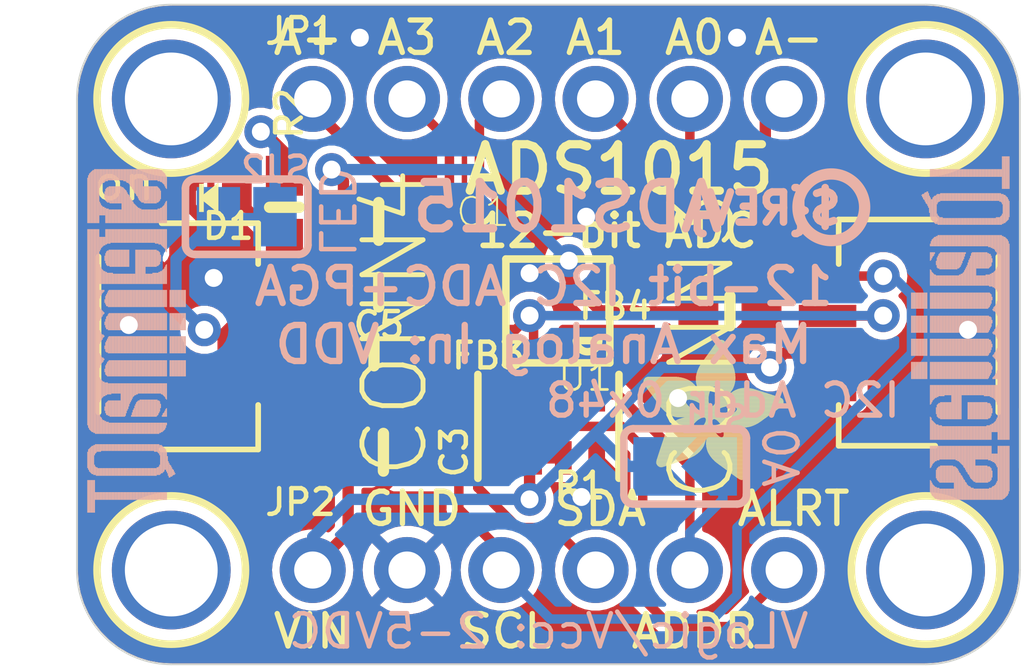
<source format=kicad_pcb>
(kicad_pcb (version 20221018) (generator pcbnew)
  (layers (0 "F.Cu" signal) (31 "B.Cu" signal) (34 "B.Paste" user) (35 "F.Paste" user) (36 "B.SilkS" user "B.Silkscreen") (37 "F.SilkS" user "F.Silkscreen") (38 "B.Mask" user) (39 "F.Mask" user) (44 "Edge.Cuts" user))
  (net 0 "")
  (net 1 "GND")
  (net 2 "SCL")
  (net 3 "SDA")
  (net 4 "ADDR")
  (net 5 "ALERT")
  (net 6 "AIN0")
  (net 7 "AIN1")
  (net 8 "AIN2")
  (net 9 "AIN3")
  (net 10 "VCC")
  (net 11 "N$3")
  (net 12 "AVDD")
  (net 13 "AGND")
  (net 14 "N$1")
  (footprint "working:MOUNTINGHOLE_2.5_PLATED" (layer "F.Cu") (at 138.3411 98.6536)
    (fp_text reference "U$25" hide)
    (fp_text value "MOUNTINGHOLE2.5" hide)
    (pad "P$1" thru_hole circle (at 0 0) (size 3.2 3.2) (drill 2.5) (layers "*.Cu" "*.Mask"))
    (zone (net 0) (net_name "") (layer "F.Cu") (connect_pads (clearance 0)) (min_thickness 0.25)
      (keepout (tracks not_allowed) (vias not_allowed) (pads not_allowed) (copperpour not_allowed) (footprints allowed))
      (fill (thermal_gap 0.5) (thermal_bridge_width 0.5))
      (polygon (pts (xy 140.3571 98.6536) (xy 140.33748 98.373027) (xy 140.279004 98.097915) (xy 140.182808 97.833619) (xy 140.050765 97.585283) (xy 139.885446 97.35774) (xy 139.690067 97.15542) (xy 139.468433 96.98226) (xy 139.224856 96.841631) (xy 138.964078 96.73627) (xy 138.691175 96.668228) (xy 138.411457 96.638828) (xy 138.130371 96.648644) (xy 137.853385 96.697484) (xy 137.585893 96.784397) (xy 137.3331 96.907693) (xy 137.099926 97.06497) (xy 136.890911 97.253169) (xy 136.710122 97.468625) (xy 136.561078 97.707145) (xy 136.44668 97.964087) (xy 136.369154 98.23445) (xy 136.330011 98.512971) (xy 136.330011 98.794229) (xy 136.369154 99.07275) (xy 136.44668 99.343113) (xy 136.561078 99.600055) (xy 136.710122 99.838575) (xy 136.890911 100.054031) (xy 137.099926 100.24223) (xy 137.3331 100.399507) (xy 137.585893 100.522803) (xy 137.853385 100.609716) (xy 138.130371 100.658556) (xy 138.411457 100.668372) (xy 138.691175 100.638972) (xy 138.964078 100.57093) (xy 139.224856 100.465569) (xy 139.468433 100.32494) (xy 139.690067 100.15178) (xy 139.885446 99.94946) (xy 140.050765 99.721917) (xy 140.182808 99.473581) (xy 140.279004 99.209285) (xy 140.33748 98.934173)))
      (polygon (pts (xy 138.3251 98.6536) (xy 138.329786 98.664914) (xy 138.3411 98.6696) (xy 138.352414 98.664914) (xy 138.3571 98.6536) (xy 138.352414 98.642286) (xy 138.3411 98.6376) (xy 138.329786 98.642286)))
    )
    (zone (net 0) (net_name "") (layer "B.Cu") (connect_pads (clearance 0)) (min_thickness 0.25)
      (keepout (tracks not_allowed) (vias not_allowed) (pads not_allowed) (copperpour not_allowed) (footprints allowed))
      (fill (thermal_gap 0.5) (thermal_bridge_width 0.5))
      (polygon (pts (xy 140.3571 98.6536) (xy 140.33748 98.373027) (xy 140.279004 98.097915) (xy 140.182808 97.833619) (xy 140.050765 97.585283) (xy 139.885446 97.35774) (xy 139.690067 97.15542) (xy 139.468433 96.98226) (xy 139.224856 96.841631) (xy 138.964078 96.73627) (xy 138.691175 96.668228) (xy 138.411457 96.638828) (xy 138.130371 96.648644) (xy 137.853385 96.697484) (xy 137.585893 96.784397) (xy 137.3331 96.907693) (xy 137.099926 97.06497) (xy 136.890911 97.253169) (xy 136.710122 97.468625) (xy 136.561078 97.707145) (xy 136.44668 97.964087) (xy 136.369154 98.23445) (xy 136.330011 98.512971) (xy 136.330011 98.794229) (xy 136.369154 99.07275) (xy 136.44668 99.343113) (xy 136.561078 99.600055) (xy 136.710122 99.838575) (xy 136.890911 100.054031) (xy 137.099926 100.24223) (xy 137.3331 100.399507) (xy 137.585893 100.522803) (xy 137.853385 100.609716) (xy 138.130371 100.658556) (xy 138.411457 100.668372) (xy 138.691175 100.638972) (xy 138.964078 100.57093) (xy 139.224856 100.465569) (xy 139.468433 100.32494) (xy 139.690067 100.15178) (xy 139.885446 99.94946) (xy 140.050765 99.721917) (xy 140.182808 99.473581) (xy 140.279004 99.209285) (xy 140.33748 98.934173)))
      (polygon (pts (xy 138.3251 98.6536) (xy 138.329786 98.664914) (xy 138.3411 98.6696) (xy 138.352414 98.664914) (xy 138.3571 98.6536) (xy 138.352414 98.642286) (xy 138.3411 98.6376) (xy 138.329786 98.642286)))
    )
  )
  (footprint "working:CHIPLED_0603_NOOUTLINE" (layer "F.Cu") (at 139.3571 101.3206 90)
    (fp_text reference "D1" (at -0.762 1.27) (layer "F.SilkS") (effects (font (size 0.692831 0.692831) (thickness 0.119969)) (justify right)))
    (fp_text value "GREEN")
    (pad "A" smd rect (at 0 0.75 90) (size 0.8 0.8) (layers "F.Cu" "F.Paste" "F.Mask") (net 11 "N$3"))
    (pad "C" smd rect (at 0 -0.75 90) (size 0.8 0.8) (layers "F.Cu" "F.Paste" "F.Mask") (net 1 "GND"))
  )
  (footprint "working:0805-NO" (layer "F.Cu") (at 143.9291 101.9556)
    (fp_text reference "C1" (at 2.032 -0.254) (layer "F.SilkS") (effects (font (size 0.75948 0.75948) (thickness 0.05332)) (justify left)))
    (fp_text value "10µF")
    (pad "1" smd rect (at -0.95 0) (size 1.24 1.5) (layers "F.Cu" "F.Paste" "F.Mask") (net 13 "AGND"))
    (pad "2" smd rect (at 0.95 0) (size 1.24 1.5) (layers "F.Cu" "F.Paste" "F.Mask") (net 12 "AVDD"))
  )
  (footprint "working:0603-NO" (layer "F.Cu") (at 143.9291 103.8606 180)
    (fp_text reference "C5" (at -0.762 -0.889) (layer "F.SilkS") (effects (font (size 0.692831 0.692831) (thickness 0.119969)) (justify right)))
    (fp_text value "0.1uF")
    (pad "1" smd rect (at -0.85 0 180) (size 1.075 1) (layers "F.Cu" "F.Paste" "F.Mask") (net 12 "AVDD"))
    (pad "2" smd rect (at 0.85 0 180) (size 1.075 1) (layers "F.Cu" "F.Paste" "F.Mask") (net 13 "AGND"))
  )
  (footprint "working:0603-NO" (layer "F.Cu") (at 143.8021 105.4481)
    (fp_text reference "FB3" (at 2.032 0.127) (layer "F.SilkS") (effects (font (size 0.692831 0.692831) (thickness 0.119969)) (justify left)))
    (fp_text value "FERRITE")
    (pad "1" smd rect (at -0.85 0) (size 1.075 1) (layers "F.Cu" "F.Paste" "F.Mask") (net 10 "VCC"))
    (pad "2" smd rect (at 0.85 0) (size 1.075 1) (layers "F.Cu" "F.Paste" "F.Mask") (net 12 "AVDD"))
  )
  (footprint "working:FIDUCIAL_1MM" (layer "F.Cu") (at 140.8811 109.0676)
    (fp_text reference "FID3" hide)
    (fp_text value "FIDUCIAL_1MM" hide)
    (pad "1" smd roundrect (at 0 0) (size 1 1) (layers "F.Cu" "F.Mask") (roundrect_rratio 0.5))
  )
  (footprint "working:RESPACK_4X0603" (layer "F.Cu") (at 148.5011 107.4801 180)
    (fp_text reference "R1" (at -1.6 -1.6) (layer "F.SilkS") (effects (font (size 0.692831 0.692831) (thickness 0.119969)) (justify right)))
    (fp_text value "10K")
    (pad "1" smd rect (at -1.3 0.85 180) (size 0.45 0.9) (layers "F.Cu" "F.Paste" "F.Mask") (net 4 "ADDR"))
    (pad "2" smd rect (at -0.4 0.85 180) (size 0.45 0.9) (layers "F.Cu" "F.Paste" "F.Mask") (net 5 "ALERT"))
    (pad "3" smd rect (at 0.4 0.85 180) (size 0.45 0.9) (layers "F.Cu" "F.Paste" "F.Mask") (net 3 "SDA"))
    (pad "4" smd rect (at 1.3 0.85 180) (size 0.45 0.9) (layers "F.Cu" "F.Paste" "F.Mask") (net 2 "SCL"))
    (pad "5" smd rect (at 1.3 -0.85 180) (size 0.45 0.9) (layers "F.Cu" "F.Paste" "F.Mask") (net 10 "VCC"))
    (pad "6" smd rect (at 0.4 -0.85 180) (size 0.45 0.9) (layers "F.Cu" "F.Paste" "F.Mask") (net 10 "VCC"))
    (pad "7" smd rect (at -0.4 -0.85 180) (size 0.45 0.9) (layers "F.Cu" "F.Paste" "F.Mask") (net 10 "VCC"))
    (pad "8" smd rect (at -1.3 -0.85 180) (size 0.45 0.9) (layers "F.Cu" "F.Paste" "F.Mask") (net 1 "GND"))
  )
  (footprint "working:ADAFRUIT_3.5MM" (layer "F.Cu") (at 151.0411 108.9406)
    (fp_text reference "U$32" hide)
    (fp_text value "" hide)
  )
  (footprint "working:0603-NO" (layer "F.Cu") (at 153.3906 104.3686 180)
    (fp_text reference "FB4" (at 2.032 0.127) (layer "F.SilkS") (effects (font (size 0.692831 0.692831) (thickness 0.119969)) (justify right)))
    (fp_text value "FERRITE")
    (pad "1" smd rect (at -0.85 0 180) (size 1.075 1) (layers "F.Cu" "F.Paste" "F.Mask") (net 1 "GND"))
    (pad "2" smd rect (at 0.85 0 180) (size 1.075 1) (layers "F.Cu" "F.Paste" "F.Mask") (net 13 "AGND"))
  )
  (footprint "working:MOUNTINGHOLE_2.5_PLATED" (layer "F.Cu") (at 138.3411 111.3536)
    (fp_text reference "U$29" hide)
    (fp_text value "MOUNTINGHOLE2.5" hide)
    (pad "P$1" thru_hole circle (at 0 0) (size 3.2 3.2) (drill 2.5) (layers "*.Cu" "*.Mask"))
    (zone (net 0) (net_name "") (layer "F.Cu") (connect_pads (clearance 0)) (min_thickness 0.25)
      (keepout (tracks not_allowed) (vias not_allowed) (pads not_allowed) (copperpour not_allowed) (footprints allowed))
      (fill (thermal_gap 0.5) (thermal_bridge_width 0.5))
      (polygon (pts (xy 140.3571 111.3536) (xy 140.33748 111.073027) (xy 140.279004 110.797915) (xy 140.182808 110.533619) (xy 140.050765 110.285283) (xy 139.885446 110.05774) (xy 139.690067 109.85542) (xy 139.468433 109.68226) (xy 139.224856 109.541631) (xy 138.964078 109.43627) (xy 138.691175 109.368228) (xy 138.411457 109.338828) (xy 138.130371 109.348644) (xy 137.853385 109.397484) (xy 137.585893 109.484397) (xy 137.3331 109.607693) (xy 137.099926 109.76497) (xy 136.890911 109.953169) (xy 136.710122 110.168625) (xy 136.561078 110.407145) (xy 136.44668 110.664087) (xy 136.369154 110.93445) (xy 136.330011 111.212971) (xy 136.330011 111.494229) (xy 136.369154 111.77275) (xy 136.44668 112.043113) (xy 136.561078 112.300055) (xy 136.710122 112.538575) (xy 136.890911 112.754031) (xy 137.099926 112.94223) (xy 137.3331 113.099507) (xy 137.585893 113.222803) (xy 137.853385 113.309716) (xy 138.130371 113.358556) (xy 138.411457 113.368372) (xy 138.691175 113.338972) (xy 138.964078 113.27093) (xy 139.224856 113.165569) (xy 139.468433 113.02494) (xy 139.690067 112.85178) (xy 139.885446 112.64946) (xy 140.050765 112.421917) (xy 140.182808 112.173581) (xy 140.279004 111.909285) (xy 140.33748 111.634173)))
      (polygon (pts (xy 138.3251 111.3536) (xy 138.329786 111.364914) (xy 138.3411 111.3696) (xy 138.352414 111.364914) (xy 138.3571 111.3536) (xy 138.352414 111.342286) (xy 138.3411 111.3376) (xy 138.329786 111.342286)))
    )
    (zone (net 0) (net_name "") (layer "B.Cu") (connect_pads (clearance 0)) (min_thickness 0.25)
      (keepout (tracks not_allowed) (vias not_allowed) (pads not_allowed) (copperpour not_allowed) (footprints allowed))
      (fill (thermal_gap 0.5) (thermal_bridge_width 0.5))
      (polygon (pts (xy 140.3571 111.3536) (xy 140.33748 111.073027) (xy 140.279004 110.797915) (xy 140.182808 110.533619) (xy 140.050765 110.285283) (xy 139.885446 110.05774) (xy 139.690067 109.85542) (xy 139.468433 109.68226) (xy 139.224856 109.541631) (xy 138.964078 109.43627) (xy 138.691175 109.368228) (xy 138.411457 109.338828) (xy 138.130371 109.348644) (xy 137.853385 109.397484) (xy 137.585893 109.484397) (xy 137.3331 109.607693) (xy 137.099926 109.76497) (xy 136.890911 109.953169) (xy 136.710122 110.168625) (xy 136.561078 110.407145) (xy 136.44668 110.664087) (xy 136.369154 110.93445) (xy 136.330011 111.212971) (xy 136.330011 111.494229) (xy 136.369154 111.77275) (xy 136.44668 112.043113) (xy 136.561078 112.300055) (xy 136.710122 112.538575) (xy 136.890911 112.754031) (xy 137.099926 112.94223) (xy 137.3331 113.099507) (xy 137.585893 113.222803) (xy 137.853385 113.309716) (xy 138.130371 113.358556) (xy 138.411457 113.368372) (xy 138.691175 113.338972) (xy 138.964078 113.27093) (xy 139.224856 113.165569) (xy 139.468433 113.02494) (xy 139.690067 112.85178) (xy 139.885446 112.64946) (xy 140.050765 112.421917) (xy 140.182808 112.173581) (xy 140.279004 111.909285) (xy 140.33748 111.634173)))
      (polygon (pts (xy 138.3251 111.3536) (xy 138.329786 111.364914) (xy 138.3411 111.3696) (xy 138.352414 111.364914) (xy 138.3571 111.3536) (xy 138.352414 111.342286) (xy 138.3411 111.3376) (xy 138.329786 111.342286)))
    )
  )
  (footprint "working:JST_SH4" (layer "F.Cu") (at 138.4681 105.0036 -90)
    (fp_text reference "CONN4" (at -4.6 -5.9 90) (layer "F.SilkS") (effects (font (size 1.647139 1.647139) (thickness 0.130861)) (justify right)))
    (fp_text value "STEMMA_I2C_QT" hide)
    (pad "1" smd rect (at -1.5 -2.514) (size 1.55 0.6) (layers "F.Cu" "F.Paste" "F.Mask") (net 1 "GND"))
    (pad "2" smd rect (at -0.5 -2.514) (size 1.55 0.6) (layers "F.Cu" "F.Paste" "F.Mask") (net 10 "VCC"))
    (pad "3" smd rect (at 0.5 -2.514) (size 1.55 0.6) (layers "F.Cu" "F.Paste" "F.Mask") (net 3 "SDA"))
    (pad "4" smd rect (at 1.5 -2.514) (size 1.55 0.6) (layers "F.Cu" "F.Paste" "F.Mask") (net 2 "SCL"))
    (pad "MT1" smd rect (at -2.8 1.386) (size 1.8 1.2) (layers "F.Cu" "F.Paste" "F.Mask") (net 1 "GND"))
    (pad "MT2" smd rect (at 2.8 1.386) (size 1.8 1.2) (layers "F.Cu" "F.Paste" "F.Mask") (net 1 "GND"))
  )
  (footprint "working:1X06_ROUND_70" (layer "F.Cu") (at 148.5011 111.3536)
    (fp_text reference "JP2" (at -7.6962 -1.8288) (layer "F.SilkS") (effects (font (size 0.692831 0.692831) (thickness 0.119969)) (justify left)))
    (fp_text value "")
    (pad "1" thru_hole circle (at -6.35 0 90) (size 1.778 1.778) (drill 1) (layers "*.Cu" "*.Mask") (net 10 "VCC"))
    (pad "2" thru_hole circle (at -3.81 0 90) (size 1.778 1.778) (drill 1) (layers "*.Cu" "*.Mask") (net 1 "GND"))
    (pad "3" thru_hole circle (at -1.27 0 90) (size 1.778 1.778) (drill 1) (layers "*.Cu" "*.Mask") (net 2 "SCL"))
    (pad "4" thru_hole circle (at 1.27 0 90) (size 1.778 1.778) (drill 1) (layers "*.Cu" "*.Mask") (net 3 "SDA"))
    (pad "5" thru_hole circle (at 3.81 0 90) (size 1.778 1.778) (drill 1) (layers "*.Cu" "*.Mask") (net 4 "ADDR"))
    (pad "6" thru_hole circle (at 6.35 0 90) (size 1.778 1.778) (drill 1) (layers "*.Cu" "*.Mask") (net 5 "ALERT"))
  )
  (footprint "working:MOUNTINGHOLE_2.5_PLATED" (layer "F.Cu") (at 158.6611 111.3536)
    (fp_text reference "U$30" hide)
    (fp_text value "MOUNTINGHOLE2.5" hide)
    (pad "P$1" thru_hole circle (at 0 0) (size 3.2 3.2) (drill 2.5) (layers "*.Cu" "*.Mask"))
    (zone (net 0) (net_name "") (layer "F.Cu") (connect_pads (clearance 0)) (min_thickness 0.25)
      (keepout (tracks not_allowed) (vias not_allowed) (pads not_allowed) (copperpour not_allowed) (footprints allowed))
      (fill (thermal_gap 0.5) (thermal_bridge_width 0.5))
      (polygon (pts (xy 160.6771 111.3536) (xy 160.65748 111.073027) (xy 160.599004 110.797915) (xy 160.502808 110.533619) (xy 160.370765 110.285283) (xy 160.205446 110.05774) (xy 160.010067 109.85542) (xy 159.788433 109.68226) (xy 159.544856 109.541631) (xy 159.284078 109.43627) (xy 159.011175 109.368228) (xy 158.731457 109.338828) (xy 158.450371 109.348644) (xy 158.173385 109.397484) (xy 157.905893 109.484397) (xy 157.6531 109.607693) (xy 157.419926 109.76497) (xy 157.210911 109.953169) (xy 157.030122 110.168625) (xy 156.881078 110.407145) (xy 156.76668 110.664087) (xy 156.689154 110.93445) (xy 156.650011 111.212971) (xy 156.650011 111.494229) (xy 156.689154 111.77275) (xy 156.76668 112.043113) (xy 156.881078 112.300055) (xy 157.030122 112.538575) (xy 157.210911 112.754031) (xy 157.419926 112.94223) (xy 157.6531 113.099507) (xy 157.905893 113.222803) (xy 158.173385 113.309716) (xy 158.450371 113.358556) (xy 158.731457 113.368372) (xy 159.011175 113.338972) (xy 159.284078 113.27093) (xy 159.544856 113.165569) (xy 159.788433 113.02494) (xy 160.010067 112.85178) (xy 160.205446 112.64946) (xy 160.370765 112.421917) (xy 160.502808 112.173581) (xy 160.599004 111.909285) (xy 160.65748 111.634173)))
      (polygon (pts (xy 158.6451 111.3536) (xy 158.649786 111.364914) (xy 158.6611 111.3696) (xy 158.672414 111.364914) (xy 158.6771 111.3536) (xy 158.672414 111.342286) (xy 158.6611 111.3376) (xy 158.649786 111.342286)))
    )
    (zone (net 0) (net_name "") (layer "B.Cu") (connect_pads (clearance 0)) (min_thickness 0.25)
      (keepout (tracks not_allowed) (vias not_allowed) (pads not_allowed) (copperpour not_allowed) (footprints allowed))
      (fill (thermal_gap 0.5) (thermal_bridge_width 0.5))
      (polygon (pts (xy 160.6771 111.3536) (xy 160.65748 111.073027) (xy 160.599004 110.797915) (xy 160.502808 110.533619) (xy 160.370765 110.285283) (xy 160.205446 110.05774) (xy 160.010067 109.85542) (xy 159.788433 109.68226) (xy 159.544856 109.541631) (xy 159.284078 109.43627) (xy 159.011175 109.368228) (xy 158.731457 109.338828) (xy 158.450371 109.348644) (xy 158.173385 109.397484) (xy 157.905893 109.484397) (xy 157.6531 109.607693) (xy 157.419926 109.76497) (xy 157.210911 109.953169) (xy 157.030122 110.168625) (xy 156.881078 110.407145) (xy 156.76668 110.664087) (xy 156.689154 110.93445) (xy 156.650011 111.212971) (xy 156.650011 111.494229) (xy 156.689154 111.77275) (xy 156.76668 112.043113) (xy 156.881078 112.300055) (xy 157.030122 112.538575) (xy 157.210911 112.754031) (xy 157.419926 112.94223) (xy 157.6531 113.099507) (xy 157.905893 113.222803) (xy 158.173385 113.309716) (xy 158.450371 113.358556) (xy 158.731457 113.368372) (xy 159.011175 113.338972) (xy 159.284078 113.27093) (xy 159.544856 113.165569) (xy 159.788433 113.02494) (xy 160.010067 112.85178) (xy 160.205446 112.64946) (xy 160.370765 112.421917) (xy 160.502808 112.173581) (xy 160.599004 111.909285) (xy 160.65748 111.634173)))
      (polygon (pts (xy 158.6451 111.3536) (xy 158.649786 111.364914) (xy 158.6611 111.3696) (xy 158.672414 111.364914) (xy 158.6771 111.3536) (xy 158.672414 111.342286) (xy 158.6611 111.3376) (xy 158.649786 111.342286)))
    )
  )
  (footprint "working:1X06_ROUND_70" (layer "F.Cu") (at 148.5011 98.6536)
    (fp_text reference "JP1" (at -7.6962 -1.8288) (layer "F.SilkS") (effects (font (size 0.692831 0.692831) (thickness 0.119969)) (justify left)))
    (fp_text value "")
    (pad "1" thru_hole circle (at -6.35 0 90) (size 1.778 1.778) (drill 1) (layers "*.Cu" "*.Mask") (net 12 "AVDD"))
    (pad "2" thru_hole circle (at -3.81 0 90) (size 1.778 1.778) (drill 1) (layers "*.Cu" "*.Mask") (net 9 "AIN3"))
    (pad "3" thru_hole circle (at -1.27 0 90) (size 1.778 1.778) (drill 1) (layers "*.Cu" "*.Mask") (net 8 "AIN2"))
    (pad "4" thru_hole circle (at 1.27 0 90) (size 1.778 1.778) (drill 1) (layers "*.Cu" "*.Mask") (net 7 "AIN1"))
    (pad "5" thru_hole circle (at 3.81 0 90) (size 1.778 1.778) (drill 1) (layers "*.Cu" "*.Mask") (net 6 "AIN0"))
    (pad "6" thru_hole circle (at 6.35 0 90) (size 1.778 1.778) (drill 1) (layers "*.Cu" "*.Mask") (net 13 "AGND"))
  )
  (footprint "working:MOUNTINGHOLE_2.5_PLATED" (layer "F.Cu") (at 158.6611 98.6536)
    (fp_text reference "U$27" hide)
    (fp_text value "MOUNTINGHOLE2.5" hide)
    (pad "P$1" thru_hole circle (at 0 0) (size 3.2 3.2) (drill 2.5) (layers "*.Cu" "*.Mask"))
    (zone (net 0) (net_name "") (layer "F.Cu") (connect_pads (clearance 0)) (min_thickness 0.25)
      (keepout (tracks not_allowed) (vias not_allowed) (pads not_allowed) (copperpour not_allowed) (footprints allowed))
      (fill (thermal_gap 0.5) (thermal_bridge_width 0.5))
      (polygon (pts (xy 160.6771 98.6536) (xy 160.65748 98.373027) (xy 160.599004 98.097915) (xy 160.502808 97.833619) (xy 160.370765 97.585283) (xy 160.205446 97.35774) (xy 160.010067 97.15542) (xy 159.788433 96.98226) (xy 159.544856 96.841631) (xy 159.284078 96.73627) (xy 159.011175 96.668228) (xy 158.731457 96.638828) (xy 158.450371 96.648644) (xy 158.173385 96.697484) (xy 157.905893 96.784397) (xy 157.6531 96.907693) (xy 157.419926 97.06497) (xy 157.210911 97.253169) (xy 157.030122 97.468625) (xy 156.881078 97.707145) (xy 156.76668 97.964087) (xy 156.689154 98.23445) (xy 156.650011 98.512971) (xy 156.650011 98.794229) (xy 156.689154 99.07275) (xy 156.76668 99.343113) (xy 156.881078 99.600055) (xy 157.030122 99.838575) (xy 157.210911 100.054031) (xy 157.419926 100.24223) (xy 157.6531 100.399507) (xy 157.905893 100.522803) (xy 158.173385 100.609716) (xy 158.450371 100.658556) (xy 158.731457 100.668372) (xy 159.011175 100.638972) (xy 159.284078 100.57093) (xy 159.544856 100.465569) (xy 159.788433 100.32494) (xy 160.010067 100.15178) (xy 160.205446 99.94946) (xy 160.370765 99.721917) (xy 160.502808 99.473581) (xy 160.599004 99.209285) (xy 160.65748 98.934173)))
      (polygon (pts (xy 158.6451 98.6536) (xy 158.649786 98.664914) (xy 158.6611 98.6696) (xy 158.672414 98.664914) (xy 158.6771 98.6536) (xy 158.672414 98.642286) (xy 158.6611 98.6376) (xy 158.649786 98.642286)))
    )
    (zone (net 0) (net_name "") (layer "B.Cu") (connect_pads (clearance 0)) (min_thickness 0.25)
      (keepout (tracks not_allowed) (vias not_allowed) (pads not_allowed) (copperpour not_allowed) (footprints allowed))
      (fill (thermal_gap 0.5) (thermal_bridge_width 0.5))
      (polygon (pts (xy 160.6771 98.6536) (xy 160.65748 98.373027) (xy 160.599004 98.097915) (xy 160.502808 97.833619) (xy 160.370765 97.585283) (xy 160.205446 97.35774) (xy 160.010067 97.15542) (xy 159.788433 96.98226) (xy 159.544856 96.841631) (xy 159.284078 96.73627) (xy 159.011175 96.668228) (xy 158.731457 96.638828) (xy 158.450371 96.648644) (xy 158.173385 96.697484) (xy 157.905893 96.784397) (xy 157.6531 96.907693) (xy 157.419926 97.06497) (xy 157.210911 97.253169) (xy 157.030122 97.468625) (xy 156.881078 97.707145) (xy 156.76668 97.964087) (xy 156.689154 98.23445) (xy 156.650011 98.512971) (xy 156.650011 98.794229) (xy 156.689154 99.07275) (xy 156.76668 99.343113) (xy 156.881078 99.600055) (xy 157.030122 99.838575) (xy 157.210911 100.054031) (xy 157.419926 100.24223) (xy 157.6531 100.399507) (xy 157.905893 100.522803) (xy 158.173385 100.609716) (xy 158.450371 100.658556) (xy 158.731457 100.668372) (xy 159.011175 100.638972) (xy 159.284078 100.57093) (xy 159.544856 100.465569) (xy 159.788433 100.32494) (xy 160.010067 100.15178) (xy 160.205446 99.94946) (xy 160.370765 99.721917) (xy 160.502808 99.473581) (xy 160.599004 99.209285) (xy 160.65748 98.934173)))
      (polygon (pts (xy 158.6451 98.6536) (xy 158.649786 98.664914) (xy 158.6611 98.6696) (xy 158.672414 98.664914) (xy 158.6771 98.6536) (xy 158.672414 98.642286) (xy 158.6611 98.6376) (xy 158.649786 98.642286)))
    )
  )
  (footprint "working:MSOP10" (layer "F.Cu") (at 148.7551 104.3686 90)
    (fp_text reference "U1" (at -1.778 1.524) (layer "F.SilkS") (effects (font (size 0.739648 0.739648) (thickness 0.073152)) (justify right)))
    (fp_text value "ADS1015IDGST")
    (pad "1" smd rect (at -1 2.1131 90) (size 0.25 1) (layers "F.Cu" "F.Paste" "F.Mask") (net 4 "ADDR"))
    (pad "2" smd rect (at -0.5 2.1131 90) (size 0.25 1) (layers "F.Cu" "F.Paste" "F.Mask") (net 5 "ALERT"))
    (pad "3" smd rect (at 0 2.1131 90) (size 0.25 1) (layers "F.Cu" "F.Paste" "F.Mask") (net 13 "AGND"))
    (pad "4" smd rect (at 0.5 2.1131 90) (size 0.25 1) (layers "F.Cu" "F.Paste" "F.Mask") (net 6 "AIN0"))
    (pad "5" smd rect (at 1 2.1131 90) (size 0.25 1) (layers "F.Cu" "F.Paste" "F.Mask") (net 7 "AIN1"))
    (pad "6" smd rect (at 1 -2.1131 270) (size 0.25 1) (layers "F.Cu" "F.Paste" "F.Mask") (net 8 "AIN2"))
    (pad "7" smd rect (at 0.5 -2.1131 270) (size 0.25 1) (layers "F.Cu" "F.Paste" "F.Mask") (net 9 "AIN3"))
    (pad "8" smd rect (at 0 -2.1131 270) (size 0.25 1) (layers "F.Cu" "F.Paste" "F.Mask") (net 12 "AVDD"))
    (pad "9" smd rect (at -0.5 -2.1131 270) (size 0.25 1) (layers "F.Cu" "F.Paste" "F.Mask") (net 3 "SDA"))
    (pad "10" smd rect (at -1 -2.1131 270) (size 0.25 1) (layers "F.Cu" "F.Paste" "F.Mask") (net 2 "SCL"))
  )
  (footprint "working:FIDUCIAL_1MM" (layer "F.Cu") (at 156.1211 100.9396)
    (fp_text reference "FID4" hide)
    (fp_text value "FIDUCIAL_1MM" hide)
    (pad "1" smd roundrect (at 0 0) (size 1 1) (layers "F.Cu" "F.Mask") (roundrect_rratio 0.5))
  )
  (footprint "working:0805-NO" (layer "F.Cu") (at 144.0561 108.1786)
    (fp_text reference "C3" (at 1.905 -0.762 90) (layer "F.SilkS") (effects (font (size 0.692831 0.692831) (thickness 0.119969)) (justify right)))
    (fp_text value "10uF")
    (pad "1" smd rect (at -0.95 0) (size 1.24 1.5) (layers "F.Cu" "F.Paste" "F.Mask") (net 10 "VCC"))
    (pad "2" smd rect (at 0.95 0) (size 1.24 1.5) (layers "F.Cu" "F.Paste" "F.Mask") (net 1 "GND"))
  )
  (footprint "working:0603-NO" (layer "F.Cu") (at 141.3891 101.5746 90)
    (fp_text reference "R2" (at 1.778 0.127 90) (layer "F.SilkS") (effects (font (size 0.692831 0.692831) (thickness 0.119969)) (justify left)))
    (fp_text value "10K")
    (pad "1" smd rect (at -0.85 0 90) (size 1.075 1) (layers "F.Cu" "F.Paste" "F.Mask") (net 11 "N$3"))
    (pad "2" smd rect (at 0.85 0 90) (size 1.075 1) (layers "F.Cu" "F.Paste" "F.Mask") (net 14 "N$1"))
  )
  (footprint "working:JST_SH4" (layer "F.Cu") (at 158.5341 105.0036 90)
    (fp_text reference "CONN3" (at -4.6 -5.9 90) (layer "F.SilkS") (effects (font (size 1.647139 1.647139) (thickness 0.130861)) (justify left)))
    (fp_text value "STEMMA_I2C_QT" hide)
    (pad "1" smd rect (at -1.5 -2.514 180) (size 1.55 0.6) (layers "F.Cu" "F.Paste" "F.Mask") (net 1 "GND"))
    (pad "2" smd rect (at -0.5 -2.514 180) (size 1.55 0.6) (layers "F.Cu" "F.Paste" "F.Mask") (net 10 "VCC"))
    (pad "3" smd rect (at 0.5 -2.514 180) (size 1.55 0.6) (layers "F.Cu" "F.Paste" "F.Mask") (net 3 "SDA"))
    (pad "4" smd rect (at 1.5 -2.514 180) (size 1.55 0.6) (layers "F.Cu" "F.Paste" "F.Mask") (net 2 "SCL"))
    (pad "MT1" smd rect (at -2.8 1.386 180) (size 1.8 1.2) (layers "F.Cu" "F.Paste" "F.Mask") (net 1 "GND"))
    (pad "MT2" smd rect (at 2.8 1.386 180) (size 1.8 1.2) (layers "F.Cu" "F.Paste" "F.Mask") (net 1 "GND"))
  )
  (footprint "working:SOLDERJUMPER_ARROW_NOPASTE" (layer "B.Cu") (at 152.1841 108.5596 180)
    (fp_text reference "SJ1" (at -1.778 1.27) (layer "B.SilkS") (effects (font (size 0.692831 0.692831) (thickness 0.119969)) (justify left mirror)))
    (fp_text value "")
    (fp_poly (pts (xy 0.106121 -0.002663) (xy -0.679416 -0.7882) (xy -1.3946 -0.7882) (xy -1.3946 0.7882) (xy -0.62715 0.7882)) (fill solid) (layer "B.Cu"))
    (fp_poly (pts (xy 1.3946 -0.7882) (xy -0.315893 -0.7882) (xy 0.443148 0) (xy -0.315893 0.7882) (xy 1.3946 0.7882)) (fill solid) (layer "B.Cu"))
    (pad "1" smd roundrect (at -1.016 0 180) (size 0.762 1.524) (layers "B.Cu") (net 4 "ADDR"))
    (pad "2" smd roundrect (at 1.016 0 180) (size 0.762 1.524) (layers "B.Cu") (net 10 "VCC"))
  )
  (footprint "working:STEMMAQT" (layer "B.Cu") (at 138.7221 100.5586 -90)
    (fp_text reference "U$35" hide)
    (fp_text value "" hide)
  )
  (footprint "working:STEMMAQT" (layer "B.Cu") (at 158.2801 109.4486 90)
    (fp_text reference "U$34" hide)
    (fp_text value "" hide)
  )
  (footprint "working:SOLDERJUMPER_CLOSEDWIRE" (layer "B.Cu") (at 140.3731 101.8286 180)
    (fp_text reference "SJ2" (at -1.778 1.27) (layer "B.SilkS") (effects (font (size 0.692831 0.692831) (thickness 0.119969)) (justify left mirror)))
    (fp_text value "")
    (pad "1" smd rect (at -0.762 0 180) (size 1.1684 1.6002) (layers "B.Cu") (net 14 "N$1"))
    (pad "2" smd rect (at 0.762 0 180) (size 1.1684 1.6002) (layers "B.Cu") (net 10 "VCC"))
    (pad "WIRE" smd rect (at 0 0) (size 0.635 0.2032) (layers "B.Cu"))
  )
  (footprint "working:PCBFEAT-REV-040" (layer "B.Cu") (at 156.1211 101.5746 180)
    (fp_text reference "U$33" hide)
    (fp_text value "" hide)
    (fp_text user "${REV}" (at -0.3556 -0.508) (layer "B.SilkS") (effects (font (size 0.8128 0.8128) (thickness 0.2032)) (justify left bottom mirror)))
  )
  (gr_arc (start 138.3411 113.8936) (mid 136.545049 113.149651) (end 135.8011 111.3536) (stroke (width 0.05)) (layer "Edge.Cuts"))
  (gr_arc (start 158.6611 96.1136) (mid 160.457151 96.857549) (end 161.2011 98.6536) (stroke (width 0.05)) (layer "Edge.Cuts"))
  (gr_line (start 161.2011 111.3536) (end 161.2011 98.6536) (stroke (width 0.05)) (layer "Edge.Cuts"))
  (gr_line (start 138.3411 113.8936) (end 158.6611 113.8936) (stroke (width 0.05)) (layer "Edge.Cuts"))
  (gr_arc (start 135.8011 98.6536) (mid 136.545049 96.857549) (end 138.3411 96.1136) (stroke (width 0.05)) (layer "Edge.Cuts"))
  (gr_line (start 135.8011 98.6536) (end 135.8011 111.3536) (stroke (width 0.05)) (layer "Edge.Cuts"))
  (gr_arc (start 161.2011 111.3536) (mid 160.457151 113.149651) (end 158.6611 113.8936) (stroke (width 0.05)) (layer "Edge.Cuts"))
  (gr_line (start 158.6611 96.1136) (end 138.3411 96.1136) (stroke (width 0.05)) (layer "Edge.Cuts"))
  (gr_text "ADS1015" (at 149.0091 101.5746) (layer "B.SilkS") (effects (font (size 1.25222 1.25222) (thickness 0.22098)) (justify mirror)))
  (gr_text "VLogic/Vcc: 2-5VDC" (at 148.5011 113.0046) (layer "B.SilkS") (effects (font (size 0.89408 0.89408) (thickness 0.12192)) (justify mirror)))
  (gr_text "A0" (at 154.7241 108.3056 -90) (layer "B.SilkS") (effects (font (size 0.89408 0.89408) (thickness 0.12192)) (justify mirror)))
  (gr_text "LED" (at 142.7861 101.7016 -90) (layer "B.SilkS") (effects (font (size 0.89408 0.89408) (thickness 0.12192)) (justify mirror)))
  (gr_text "I2C Addr 0x48" (at 153.2001 106.7816) (layer "B.SilkS") (effects (font (size 0.87376 0.87376) (thickness 0.14224)) (justify mirror)))
  (gr_text "12-bit I2C ADC+PGA\nMax Analog In: VDD" (at 148.3741 104.4956) (layer "B.SilkS") (effects (font (size 0.97155 0.97155) (thickness 0.17145)) (justify mirror)))
  (gr_text "12-bit ADC" (at 150.3426 102.2096) (layer "F.SilkS") (effects (font (size 0.8636 0.8636) (thickness 0.1524))))
  (gr_text "ADDR" (at 152.4381 113.0046) (layer "F.SilkS") (effects (font (size 0.87376 0.87376) (thickness 0.14224))))
  (gr_text "A0" (at 152.4381 97.0026) (layer "F.SilkS") (effects (font (size 0.87376 0.87376) (thickness 0.14224))))
  (gr_text "ALRT" (at 155.1051 109.7026) (layer "F.SilkS") (effects (font (size 0.87376 0.87376) (thickness 0.14224))))
  (gr_text "VIN" (at 142.1511 113.0046) (layer "F.SilkS") (effects (font (size 0.87376 0.87376) (thickness 0.14224))))
  (gr_text "on" (at 136.1821 101.4476) (layer "F.SilkS") (effects (font (size 0.89408 0.89408) (thickness 0.12192)) (justify left bottom)))
  (gr_text "A2" (at 147.3581 97.0026) (layer "F.SilkS") (effects (font (size 0.87376 0.87376) (thickness 0.14224))))
  (gr_text "ADS1015" (at 150.4061 100.5586) (layer "F.SilkS") (effects (font (size 1.25222 1.25222) (thickness 0.22098))))
  (gr_text "SCL" (at 147.3581 113.0046) (layer "F.SilkS") (effects (font (size 0.87376 0.87376) (thickness 0.14224))))
  (gr_text "A+" (at 142.0241 97.0026) (layer "F.SilkS") (effects (font (size 0.87376 0.87376) (thickness 0.14224))))
  (gr_text "A-" (at 154.9781 97.0026) (layer "F.SilkS") (effects (font (size 0.87376 0.87376) (thickness 0.14224))))
  (gr_text "SDA" (at 149.8981 109.7026) (layer "F.SilkS") (effects (font (size 0.87376 0.87376) (thickness 0.14224))))
  (gr_text "GND" (at 144.8181 109.7026) (layer "F.SilkS") (effects (font (size 0.87376 0.87376) (thickness 0.14224))))
  (gr_text "A1" (at 149.7711 97.0026) (layer "F.SilkS") (effects (font (size 0.87376 0.87376) (thickness 0.14224))))
  (gr_text "A3" (at 144.6911 97.0026) (layer "F.SilkS") (effects (font (size 0.87376 0.87376) (thickness 0.14224))))
  (via (at 137.1981 104.7496) (size 0.889) (drill 0.4826) (layers "F.Cu" "B.Cu") (net 1))
  (via (at 147.9931 103.3526) (size 0.889) (drill 0.4826) (layers "F.Cu" "B.Cu") (net 1))
  (via (at 151.9936 106.7181) (size 0.889) (drill 0.4826) (layers "F.Cu" "B.Cu") (net 1))
  (via (at 139.4841 103.4796) (size 0.889) (drill 0.4826) (layers "F.Cu" "B.Cu") (net 1))
  (via (at 153.5811 97.0026) (size 0.889) (drill 0.4826) (layers "F.Cu" "B.Cu") (net 1))
  (via (at 149.3901 109.3851) (size 0.889) (drill 0.4826) (layers "F.Cu" "B.Cu") (net 1))
  (via (at 149.5171 101.8286) (size 0.889) (drill 0.4826) (layers "F.Cu" "B.Cu") (net 1))
  (via (at 143.4211 97.0026) (size 0.889) (drill 0.4826) (layers "F.Cu" "B.Cu") (net 1))
  (via (at 159.8041 104.8766) (size 0.889) (drill 0.4826) (layers "F.Cu" "B.Cu") (net 1))
  (segment (start 146.6206 106.6301) (end 146.0881 107.1626) (width 0.254) (layer "F.Cu") (net 2))
  (segment (start 146.642 105.731282) (end 145.361681 107.0116) (width 0.254) (layer "F.Cu") (net 2))
  (segment (start 140.9821 106.5036) (end 141.7441 106.5036) (width 0.254) (layer "F.Cu") (net 2))
  (segment (start 146.0881 109.7026) (end 147.2311 110.8456) (width 0.254) (layer "F.Cu") (net 2))
  (segment (start 146.642 105.3686) (end 146.642 105.731282) (width 0.254) (layer "F.Cu") (net 2))
  (segment (start 156.0949 103.4288) (end 157.5181 103.4288) (width 0.254) (layer "F.Cu") (net 2))
  (segment (start 146.0881 107.1626) (end 146.0881 109.7026) (width 0.254) (layer "F.Cu") (net 2))
  (segment (start 147.2011 106.6301) (end 146.6206 106.6301) (width 0.254) (layer "F.Cu") (net 2))
  (segment (start 142.2521 107.0116) (end 141.7441 106.5036) (width 0.254) (layer "F.Cu") (net 2))
  (segment (start 156.0201 103.5036) (end 156.0949 103.4288) (width 0.254) (layer "F.Cu") (net 2))
  (segment (start 147.2011 105.9277) (end 147.2011 106.6301) (width 0.254) (layer "F.Cu") (net 2))
  (segment (start 145.361681 107.0116) (end 142.2521 107.0116) (width 0.254) (layer "F.Cu") (net 2))
  (segment (start 146.642 105.3686) (end 147.2011 105.9277) (width 0.254) (layer "F.Cu") (net 2))
  (segment (start 147.2311 110.8456) (end 147.2311 111.3536) (width 0.254) (layer "F.Cu") (net 2))
  (via (at 157.5181 103.4288) (size 0.889) (drill 0.4826) (layers "F.Cu" "B.Cu") (net 2))
  (segment (start 152.932593 112.6744) (end 148.5519 112.6744) (width 0.254) (layer "B.Cu") (net 2))
  (segment (start 153.5811 110.2106) (end 153.5811 112.025894) (width 0.254) (layer "B.Cu") (net 2))
  (segment (start 158.2801 103.9368) (end 157.7721 103.4288) (width 0.254) (layer "B.Cu") (net 2))
  (segment (start 157.7721 103.4288) (end 157.5181 103.4288) (width 0.254) (layer "B.Cu") (net 2))
  (segment (start 158.2801 105.5116) (end 158.2801 103.9368) (width 0.254) (layer "B.Cu") (net 2))
  (segment (start 153.5811 112.025894) (end 152.932593 112.6744) (width 0.254) (layer "B.Cu") (net 2))
  (segment (start 153.5811 110.2106) (end 158.2801 105.5116) (width 0.254) (layer "B.Cu") (net 2))
  (segment (start 148.5519 112.6744) (end 147.2311 111.3536) (width 0.254) (layer "B.Cu") (net 2))
  (segment (start 146.5961 109.1311) (end 147.6756 110.2106) (width 0.254) (layer "F.Cu") (net 3))
  (segment (start 148.1011 107.1181) (end 147.7391 107.4801) (width 0.254) (layer "F.Cu") (net 3))
  (segment (start 148.6281 110.2106) (end 149.7711 111.3536) (width 0.254) (layer "F.Cu") (net 3))
  (segment (start 142.3791 106.3926) (end 141.4901 105.5036) (width 0.254) (layer "F.Cu") (net 3))
  (segment (start 147.6201 104.8686) (end 146.642 104.8686) (width 0.254) (layer "F.Cu") (net 3))
  (segment (start 146.642 104.8686) (end 145.5801 104.8686) (width 0.254) (layer "F.Cu") (net 3))
  (segment (start 147.9931 104.4956) (end 147.6201 104.8686) (width 0.254) (layer "F.Cu") (net 3))
  (segment (start 148.1011 106.6301) (end 148.1011 107.1181) (width 0.254) (layer "F.Cu") (net 3))
  (segment (start 145.3341 106.3926) (end 142.3791 106.3926) (width 0.254) (layer "F.Cu") (net 3))
  (segment (start 156.0201 104.5036) (end 157.5101 104.5036) (width 0.254) (layer "F.Cu") (net 3))
  (segment (start 145.5801 106.1466) (end 145.3341 106.3926) (width 0.254) (layer "F.Cu") (net 3))
  (segment (start 146.9136 107.4801) (end 146.5961 107.7976) (width 0.254) (layer "F.Cu") (net 3))
  (segment (start 141.4901 105.5036) (end 140.9821 105.5036) (width 0.254) (layer "F.Cu") (net 3))
  (segment (start 148.1011 104.6036) (end 148.1011 106.6301) (width 0.254) (layer "F.Cu") (net 3))
  (segment (start 157.5101 104.5036) (end 157.5181 104.4956) (width 0.254) (layer "F.Cu") (net 3))
  (segment (start 146.5961 107.7976) (end 146.5961 109.1311) (width 0.254) (layer "F.Cu") (net 3))
  (segment (start 147.9931 104.4956) (end 148.1011 104.6036) (width 0.254) (layer "F.Cu") (net 3))
  (segment (start 145.5801 104.8686) (end 145.5801 106.1466) (width 0.254) (layer "F.Cu") (net 3))
  (segment (start 147.7391 107.4801) (end 146.9136 107.4801) (width 0.254) (layer "F.Cu") (net 3))
  (segment (start 148.6281 110.2106) (end 147.6756 110.2106) (width 0.254) (layer "F.Cu") (net 3))
  (via (at 157.5181 104.4956) (size 0.889) (drill 0.4826) (layers "F.Cu" "B.Cu") (net 3))
  (via (at 147.9931 104.4956) (size 0.889) (drill 0.4826) (layers "F.Cu" "B.Cu") (net 3))
  (segment (start 157.5181 104.4956) (end 147.9931 104.4956) (width 0.254) (layer "B.Cu") (net 3))
  (segment (start 149.8011 105.3686) (end 149.8011 106.6301) (width 0.254) (layer "F.Cu") (net 4))
  (segment (start 152.3111 108.5596) (end 152.3111 111.3536) (width 0.254) (layer "F.Cu") (net 4))
  (segment (start 150.3816 106.6301) (end 152.3111 108.5596) (width 0.254) (layer "F.Cu") (net 4))
  (segment (start 149.8011 106.6301) (end 150.3816 106.6301) (width 0.254) (layer "F.Cu") (net 4))
  (segment (start 150.8682 105.3686) (end 149.8011 105.3686) (width 0.254) (layer "F.Cu") (net 4))
  (segment (start 152.3111 110.3376) (end 152.3111 111.3536) (width 0.254) (layer "B.Cu") (net 4))
  (segment (start 153.2001 108.5596) (end 153.2001 109.4486) (width 0.254) (layer "B.Cu") (net 4))
  (segment (start 153.2001 109.4486) (end 152.3111 110.3376) (width 0.254) (layer "B.Cu") (net 4))
  (segment (start 154.8511 111.4806) (end 154.8511 111.3536) (width 0.254) (layer "F.Cu") (net 5))
  (segment (start 148.9011 107.1816) (end 149.1996 107.4801) (width 0.254) (layer "F.Cu") (net 5))
  (segment (start 149.1996 107.4801) (end 150.4696 107.4801) (width 0.254) (layer "F.Cu") (net 5))
  (segment (start 151.0411 108.0516) (end 151.0411 112.1156) (width 0.254) (layer "F.Cu") (net 5))
  (segment (start 148.9011 104.8686) (end 148.9011 106.6301) (width 0.254) (layer "F.Cu") (net 5))
  (segment (start 151.8031 112.8776) (end 153.4541 112.8776) (width 0.254) (layer "F.Cu") (net 5))
  (segment (start 153.4541 112.8776) (end 154.8511 111.4806) (width 0.254) (layer "F.Cu") (net 5))
  (segment (start 148.9011 106.6301) (end 148.9011 107.1816) (width 0.254) (layer "F.Cu") (net 5))
  (segment (start 150.8682 104.8686) (end 148.9011 104.8686) (width 0.254) (layer "F.Cu") (net 5))
  (segment (start 151.0411 112.1156) (end 151.8031 112.8776) (width 0.254) (layer "F.Cu") (net 5))
  (segment (start 150.4696 107.4801) (end 151.0411 108.0516) (width 0.254) (layer "F.Cu") (net 5))
  (segment (start 152.3111 103.0986) (end 152.3111 98.6536) (width 0.254) (layer "F.Cu") (net 6))
  (segment (start 151.5411 103.8686) (end 152.3111 103.0986) (width 0.254) (layer "F.Cu") (net 6))
  (segment (start 150.8682 103.8686) (end 151.5411 103.8686) (width 0.254) (layer "F.Cu") (net 6))
  (segment (start 150.8682 99.7507) (end 149.7711 98.6536) (width 0.254) (layer "F.Cu") (net 7))
  (segment (start 150.8682 103.3686) (end 150.8682 99.7507) (width 0.254) (layer "F.Cu") (net 7))
  (segment (start 146.642 99.2427) (end 147.2311 98.6536) (width 0.254) (layer "F.Cu") (net 8))
  (segment (start 146.642 103.3686) (end 146.642 99.2427) (width 0.254) (layer "F.Cu") (net 8))
  (segment (start 145.8341 99.7966) (end 145.8341 103.8686) (width 0.254) (layer "F.Cu") (net 9))
  (segment (start 144.6911 98.6536) (end 145.8341 99.7966) (width 0.254) (layer "F.Cu") (net 9))
  (segment (start 145.8341 103.8686) (end 146.642 103.8686) (width 0.254) (layer "F.Cu") (net 9))
  (segment (start 148.1011 108.3301) (end 148.9011 108.3301) (width 0.3048) (layer "F.Cu") (net 10))
  (segment (start 143.1061 110.3376) (end 142.1511 111.2926) (width 0.3048) (layer "F.Cu") (net 10))
  (segment (start 142.1511 111.3536) (end 142.1511 111.2926) (width 0.3048) (layer "F.Cu") (net 10))
  (segment (start 156.0201 105.5036) (end 154.8591 105.5036) (width 0.3048) (layer "F.Cu") (net 10))
  (segment (start 139.7381 106.9086) (end 140.2461 107.4166) (width 0.3048) (layer "F.Cu") (net 10))
  (segment (start 139.2301 104.8766) (end 139.3571 105.0036) (width 0.3048) (layer "F.Cu") (net 10))
  (segment (start 142.6346 105.4481) (end 142.9521 105.4481) (width 0.3048) (layer "F.Cu") (net 10))
  (segment (start 148.1011 108.3301) (end 147.9931 108.4381) (width 0.3048) (layer "F.Cu") (net 10))
  (segment (start 139.7381 105.0036) (end 139.7381 106.9086) (width 0.3048) (layer "F.Cu") (net 10))
  (segment (start 142.5981 108.1786) (end 143.1061 108.1786) (width 0.3048) (layer "F.Cu") (net 10))
  (segment (start 140.9821 104.5036) (end 141.6901 104.5036) (width 0.3048) (layer "F.Cu") (net 10))
  (segment (start 154.8591 105.5036) (end 154.4701 105.8926) (width 0.3048) (layer "F.Cu") (net 10))
  (segment (start 140.2461 107.4166) (end 141.8361 107.4166) (width 0.3048) (layer "F.Cu") (net 10))
  (segment (start 142.6346 105.4481) (end 141.6901 104.5036) (width 0.3048) (layer "F.Cu") (net 10))
  (segment (start 140.9821 104.5036) (end 140.2381 104.5036) (width 0.3048) (layer "F.Cu") (net 10))
  (segment (start 147.9931 108.4381) (end 147.9931 109.4486) (width 0.3048) (layer "F.Cu") (net 10))
  (segment (start 143.1061 110.3376) (end 143.1061 108.1786) (width 0.3048) (layer "F.Cu") (net 10))
  (segment (start 147.2011 108.3301) (end 148.1011 108.3301) (width 0.3048) (layer "F.Cu") (net 10))
  (segment (start 139.3571 105.0036) (end 139.7381 105.0036) (width 0.3048) (layer "F.Cu") (net 10))
  (segment (start 140.2381 104.5036) (end 139.7381 105.0036) (width 0.3048) (layer "F.Cu") (net 10))
  (segment (start 142.5981 108.1786) (end 141.8361 107.4166) (width 0.3048) (layer "F.Cu") (net 10))
  (via (at 154.4701 105.8926) (size 0.889) (drill 0.4826) (layers "F.Cu" "B.Cu") (net 10))
  (via (at 139.2301 104.8766) (size 0.889) (drill 0.4826) (layers "F.Cu" "B.Cu") (net 10))
  (via (at 147.9931 109.4486) (size 0.889) (drill 0.4826) (layers "F.Cu" "B.Cu") (net 10))
  (segment (start 151.1681 108.5596) (end 150.6601 108.5596) (width 0.3048) (layer "B.Cu") (net 10))
  (segment (start 142.1511 110.4646) (end 142.1511 111.3536) (width 0.3048) (layer "B.Cu") (net 10))
  (segment (start 150.6601 108.5596) (end 149.7711 107.6706) (width 0.3048) (layer "B.Cu") (net 10))
  (segment (start 154.4701 105.8926) (end 151.5491 105.8926) (width 0.3048) (layer "B.Cu") (net 10))
  (segment (start 143.1671 109.4486) (end 142.1511 110.4646) (width 0.3048) (layer "B.Cu") (net 10))
  (segment (start 138.4681 102.9716) (end 138.4681 104.1146) (width 0.3048) (layer "B.Cu") (net 10))
  (segment (start 151.5491 105.8926) (end 149.7711 107.6706) (width 0.3048) (layer "B.Cu") (net 10))
  (segment (start 139.6111 101.8286) (end 138.4681 102.9716) (width 0.3048) (layer "B.Cu") (net 10))
  (segment (start 149.7711 107.6706) (end 147.9931 109.4486) (width 0.3048) (layer "B.Cu") (net 10))
  (segment (start 138.4681 104.1146) (end 139.2301 104.8766) (width 0.3048) (layer "B.Cu") (net 10))
  (segment (start 147.9931 109.4486) (end 143.1671 109.4486) (width 0.3048) (layer "B.Cu") (net 10))
  (segment (start 141.3891 102.4246) (end 141.3891 102.6026) (width 0.254) (layer "F.Cu") (net 11))
  (segment (start 140.1071 101.3206) (end 141.3891 102.6026) (width 0.254) (layer "F.Cu") (net 11))
  (segment (start 144.8791 101.9556) (end 144.8791 103.7606) (width 0.3048) (layer "F.Cu") (net 12))
  (segment (start 144.8791 103.7606) (end 144.7791 103.8606) (width 0.3048) (layer "F.Cu") (net 12))
  (segment (start 144.7791 103.8606) (end 144.6521 103.9876) (width 0.3048) (layer "F.Cu") (net 12))
  (segment (start 144.7791 103.9662) (end 144.7791 103.8606) (width 0.254) (layer "F.Cu") (net 12))
  (segment (start 142.1511 98.6536) (end 142.1511 98.9076) (width 0.3048) (layer "F.Cu") (net 12))
  (segment (start 145.1815 104.3686) (end 144.7791 103.9662) (width 0.254) (layer "F.Cu") (net 12))
  (segment (start 144.8791 101.6356) (end 144.8791 101.9556) (width 0.3048) (layer "F.Cu") (net 12))
  (segment (start 144.6521 103.9876) (end 144.6521 105.4481) (width 0.3048) (layer "F.Cu") (net 12))
  (segment (start 144.8791 101.6356) (end 142.1511 98.9076) (width 0.3048) (layer "F.Cu") (net 12))
  (segment (start 146.642 104.3686) (end 145.1815 104.3686) (width 0.254) (layer "F.Cu") (net 12))
  (segment (start 152.1371 104.238197) (end 152.233081 104.269216) (width 0.254) (layer "F.Cu") (net 13))
  (segment (start 152.233081 104.269216) (end 152.5406 104.3686) (width 0.254) (layer "F.Cu") (net 13))
  (segment (start 142.9791 101.9556) (end 142.9791 103.7606) (width 0.3048) (layer "F.Cu") (net 13))
  (segment (start 149.050762 103.013263) (end 149.050762 103.521263) (width 0.3048) (layer "F.Cu") (net 13))
  (segment (start 154.8511 98.6536) (end 154.3431 99.1616) (width 0.3048) (layer "F.Cu") (net 13))
  (segment (start 142.9791 100.8786) (end 142.6591 100.5586) (width 0.3048) (layer "F.Cu") (net 13))
  (segment (start 154.3431 102.159197) (end 152.233081 104.269216) (width 0.3048) (layer "F.Cu") (net 13))
  (segment (start 142.9791 101.9556) (end 142.9791 100.8786) (width 0.3048) (layer "F.Cu") (net 13))
  (segment (start 152.1371 104.238197) (end 152.006696 104.3686) (width 0.3048) (layer "F.Cu") (net 13))
  (segment (start 154.3431 99.1616) (end 154.3431 102.159197) (width 0.3048) (layer "F.Cu") (net 13))
  (segment (start 143.0791 103.8606) (end 142.9791 103.7606) (width 0.3048) (layer "F.Cu") (net 13))
  (segment (start 150.8682 104.3686) (end 152.006696 104.3686) (width 0.254) (layer "F.Cu") (net 13))
  (segment (start 149.8981 104.3686) (end 149.050762 103.521263) (width 0.3048) (layer "F.Cu") (net 13))
  (segment (start 149.8981 104.3686) (end 150.8682 104.3686) (width 0.3048) (layer "F.Cu") (net 13))
  (via (at 142.6591 100.5586) (size 0.889) (drill 0.4826) (layers "F.Cu" "B.Cu") (net 13))
  (via (at 149.050762 103.013263) (size 0.889) (drill 0.4826) (layers "F.Cu" "B.Cu") (net 13))
  (segment (start 146.5961 100.5586) (end 149.050762 103.013263) (width 0.3048) (layer "B.Cu") (net 13))
  (segment (start 142.6591 100.5586) (end 146.5961 100.5586) (width 0.3048) (layer "B.Cu") (net 13))
  (segment (start 140.9264 99.7086) (end 140.7541 99.5363) (width 0.3048) (layer "F.Cu") (net 14))
  (segment (start 141.3891 100.0896) (end 141.0081 99.7086) (width 0.3048) (layer "F.Cu") (net 14))
  (segment (start 141.0081 99.7086) (end 140.9264 99.7086) (width 0.3048) (layer "F.Cu") (net 14))
  (segment (start 141.3891 100.7246) (end 141.3891 100.0896) (width 0.3048) (layer "F.Cu") (net 14))
  (via (at 140.7541 99.5363) (size 0.889) (drill 0.4826) (layers "F.Cu" "B.Cu") (net 14))
  (segment (start 141.1351 101.8286) (end 141.1351 99.9173) (width 0.3048) (layer "B.Cu") (net 14))
  (segment (start 141.1351 99.9173) (end 140.7541 99.5363) (width 0.3048) (layer "B.Cu") (net 14))
  (zone (net 1) (net_name "GND") (layer "F.Cu") (priority 6) (connect_pads (clearance 0.000001)) (min_thickness 0.127) (fill yes (thermal_gap 0.304) (thermal_bridge_width 0.304))
    (polygon (pts (xy 161.3281 114.0206) (xy 135.6741 114.0206) (xy 135.6741 95.9866) (xy 161.3281 95.9866)))
  )
  (zone (net 1) (net_name "GND") (layer "B.Cu") (priority 6) (connect_pads (clearance 0.000001)) (min_thickness 0.127) (fill yes (thermal_gap 0.304) (thermal_bridge_width 0.304))
    (polygon (pts (xy 161.3281 114.0206) (xy 135.6741 114.0206) (xy 135.6741 95.9866) (xy 161.3281 95.9866)))
  )
)
</source>
